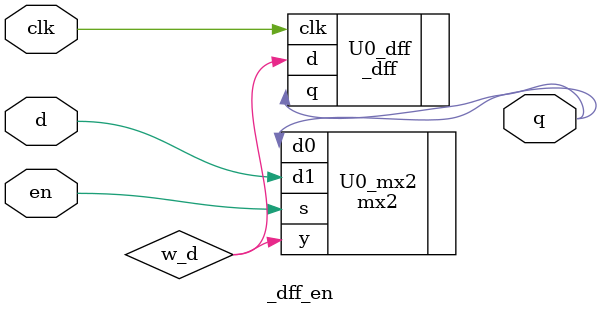
<source format=v>
module _dff_en(clk, en, d, q); //enabled D flip-flop module
input clk, en, d;
output q;
wire w_d;

mx2 U0_mx2(.d0(q), .d1(d), .s(en), .y(w_d));
_dff U0_dff(.clk(clk), .d(w_d), .q(q));
//instance of mx2, dff
endmodule 
</source>
